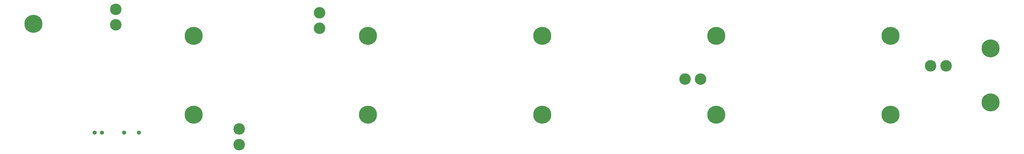
<source format=gbs>
%FSTAX23Y23*%
%MOIN*%
%SFA1B1*%

%IPPOS*%
%ADD93C,0.055118*%
%ADD94C,0.155905*%
%ADD95C,0.244094*%
%LNslave-1*%
%LPD*%
G54D93*
X05525Y0423D03*
X05325D03*
X05025D03*
X04925D03*
G54D94*
X13141Y04956D03*
X12931D03*
X06883Y04068D03*
Y04279D03*
X16262Y05137D03*
X16472D03*
X05212Y05903D03*
Y05693D03*
X07974Y05646D03*
Y05856D03*
G54D95*
X13356Y04472D03*
X15718D03*
X17076Y05375D03*
X15718Y05543D03*
X13356D03*
X10994D03*
X08631D03*
X06269D03*
X04094Y05708D03*
X06269Y04472D03*
X08631D03*
X10994D03*
X17076Y04639D03*
M02*
</source>
